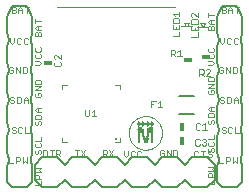
<source format=gto>
G75*
%MOIN*%
%OFA0B0*%
%FSLAX24Y24*%
%IPPOS*%
%LPD*%
%AMOC8*
5,1,8,0,0,1.08239X$1,22.5*
%
%ADD10C,0.0040*%
%ADD11C,0.0080*%
%ADD12C,0.0118*%
%ADD13C,0.0020*%
%ADD14R,0.0280X0.0160*%
%ADD15C,0.0030*%
%ADD16C,0.0000*%
%ADD17R,0.0160X0.0280*%
%ADD18R,0.0099X0.0007*%
%ADD19R,0.0106X0.0007*%
%ADD20R,0.0099X0.0007*%
%ADD21R,0.0106X0.0007*%
%ADD22R,0.0120X0.0007*%
%ADD23R,0.0120X0.0007*%
%ADD24R,0.0099X0.0007*%
%ADD25R,0.0120X0.0007*%
%ADD26R,0.0135X0.0007*%
%ADD27R,0.0135X0.0007*%
%ADD28R,0.0149X0.0007*%
%ADD29R,0.0149X0.0007*%
%ADD30R,0.0149X0.0007*%
%ADD31R,0.0163X0.0007*%
%ADD32R,0.0163X0.0007*%
%ADD33R,0.0177X0.0007*%
%ADD34R,0.0085X0.0007*%
%ADD35R,0.0085X0.0007*%
%ADD36R,0.0078X0.0007*%
%ADD37R,0.0092X0.0007*%
%ADD38R,0.0085X0.0007*%
%ADD39R,0.0092X0.0007*%
%ADD40R,0.0092X0.0007*%
%ADD41R,0.0085X0.0007*%
%ADD42R,0.0085X0.0007*%
%ADD43R,0.0092X0.0007*%
%ADD44R,0.0092X0.0007*%
%ADD45R,0.0092X0.0007*%
%ADD46R,0.0198X0.0007*%
%ADD47R,0.0191X0.0007*%
%ADD48R,0.0198X0.0007*%
%ADD49R,0.0191X0.0007*%
%ADD50R,0.0191X0.0007*%
%ADD51R,0.0184X0.0007*%
%ADD52R,0.0184X0.0007*%
%ADD53R,0.0184X0.0007*%
%ADD54R,0.0177X0.0007*%
%ADD55R,0.0177X0.0007*%
%ADD56R,0.0177X0.0007*%
%ADD57R,0.0170X0.0007*%
%ADD58R,0.0177X0.0007*%
%ADD59R,0.0170X0.0007*%
%ADD60R,0.0170X0.0007*%
%ADD61R,0.0163X0.0007*%
%ADD62R,0.0163X0.0007*%
%ADD63R,0.0156X0.0007*%
%ADD64R,0.0156X0.0007*%
%ADD65R,0.0163X0.0007*%
%ADD66R,0.0156X0.0007*%
%ADD67C,0.0039*%
%ADD68R,0.0064X0.0007*%
%ADD69R,0.0048X0.0008*%
%ADD70R,0.0033X0.0007*%
%ADD71R,0.0019X0.0006*%
%ADD72R,0.0091X0.0007*%
%ADD73R,0.0046X0.0007*%
%ADD74R,0.0044X0.0007*%
%ADD75R,0.0046X0.0009*%
%ADD76R,0.0045X0.0009*%
%ADD77R,0.0045X0.0009*%
%ADD78R,0.0044X0.0009*%
D10*
X001452Y000550D02*
X001652Y000550D01*
X001652Y000684D01*
X001652Y000771D02*
X001452Y000771D01*
X001452Y000871D01*
X001485Y000905D01*
X001552Y000905D01*
X001585Y000871D01*
X001585Y000771D01*
X001652Y000992D02*
X001452Y000992D01*
X001452Y001126D02*
X001652Y001126D01*
X001585Y001059D01*
X001652Y000992D01*
X001165Y001298D02*
X001165Y001499D01*
X001032Y001499D02*
X001032Y001298D01*
X001098Y001365D01*
X001165Y001298D01*
X000944Y001399D02*
X000944Y001465D01*
X000911Y001499D01*
X000811Y001499D01*
X000811Y001298D01*
X000811Y001365D02*
X000911Y001365D01*
X000944Y001399D01*
X000723Y001298D02*
X000590Y001298D01*
X000590Y001499D01*
X001444Y001631D02*
X001477Y001598D01*
X001511Y001598D01*
X001544Y001631D01*
X001544Y001698D01*
X001578Y001731D01*
X001611Y001731D01*
X001644Y001698D01*
X001644Y001631D01*
X001611Y001598D01*
X001716Y001546D02*
X001816Y001546D01*
X001849Y001580D01*
X001849Y001713D01*
X001816Y001747D01*
X001716Y001747D01*
X001716Y001546D01*
X001444Y001631D02*
X001444Y001698D01*
X001477Y001731D01*
X001477Y001819D02*
X001444Y001852D01*
X001444Y001919D01*
X001477Y001952D01*
X001444Y002040D02*
X001644Y002040D01*
X001644Y002173D01*
X001611Y001952D02*
X001644Y001919D01*
X001644Y001852D01*
X001611Y001819D01*
X001477Y001819D01*
X001937Y001747D02*
X002070Y001747D01*
X002003Y001747D02*
X002003Y001546D01*
X002158Y001546D02*
X002158Y001747D01*
X002258Y001747D01*
X002291Y001713D01*
X002291Y001647D01*
X002258Y001613D01*
X002158Y001613D01*
X002224Y001613D02*
X002291Y001546D01*
X002771Y001735D02*
X002904Y001735D01*
X002838Y001735D02*
X002838Y001535D01*
X002992Y001535D02*
X003125Y001735D01*
X002992Y001735D02*
X003125Y001535D01*
X003708Y001546D02*
X003708Y001747D01*
X003808Y001747D01*
X003841Y001713D01*
X003841Y001647D01*
X003808Y001613D01*
X003708Y001613D01*
X003775Y001613D02*
X003841Y001546D01*
X003929Y001546D02*
X004062Y001747D01*
X003929Y001747D02*
X004062Y001546D01*
X004417Y001566D02*
X004483Y001499D01*
X004550Y001566D01*
X004550Y001699D01*
X004638Y001666D02*
X004638Y001533D01*
X004671Y001499D01*
X004738Y001499D01*
X004771Y001533D01*
X004859Y001533D02*
X004892Y001499D01*
X004959Y001499D01*
X004992Y001533D01*
X004992Y001666D02*
X004959Y001699D01*
X004892Y001699D01*
X004859Y001666D01*
X004859Y001533D01*
X004771Y001666D02*
X004738Y001699D01*
X004671Y001699D01*
X004638Y001666D01*
X004417Y001699D02*
X004417Y001566D01*
X004271Y001983D02*
X004113Y001983D01*
X004271Y001983D02*
X004271Y002141D01*
X005613Y001713D02*
X005613Y001580D01*
X005647Y001546D01*
X005713Y001546D01*
X005747Y001580D01*
X005747Y001647D01*
X005680Y001647D01*
X005613Y001713D02*
X005647Y001747D01*
X005713Y001747D01*
X005747Y001713D01*
X005834Y001747D02*
X005968Y001546D01*
X005968Y001747D01*
X006055Y001747D02*
X006155Y001747D01*
X006189Y001713D01*
X006189Y001580D01*
X006155Y001546D01*
X006055Y001546D01*
X006055Y001747D01*
X005834Y001747D02*
X005834Y001546D01*
X006763Y001517D02*
X006796Y001483D01*
X006863Y001483D01*
X006896Y001517D01*
X006763Y001517D02*
X006763Y001650D01*
X006796Y001684D01*
X006863Y001684D01*
X006896Y001650D01*
X006984Y001684D02*
X007117Y001684D01*
X007051Y001684D02*
X007051Y001483D01*
X007205Y001517D02*
X007238Y001483D01*
X007305Y001483D01*
X007338Y001517D01*
X007338Y001550D01*
X007305Y001584D01*
X007238Y001584D01*
X007205Y001617D01*
X007205Y001650D01*
X007238Y001684D01*
X007305Y001684D01*
X007338Y001650D01*
X007328Y001690D02*
X007328Y001757D01*
X007361Y001790D01*
X007394Y001790D01*
X007428Y001757D01*
X007428Y001690D01*
X007394Y001657D01*
X007328Y001690D02*
X007294Y001657D01*
X007261Y001657D01*
X007228Y001690D01*
X007228Y001757D01*
X007261Y001790D01*
X007261Y001878D02*
X007394Y001878D01*
X007428Y001911D01*
X007428Y001978D01*
X007394Y002011D01*
X007428Y002099D02*
X007228Y002099D01*
X007261Y002011D02*
X007228Y001978D01*
X007228Y001911D01*
X007261Y001878D01*
X007428Y002099D02*
X007428Y002232D01*
X007669Y002316D02*
X007702Y002283D01*
X007769Y002283D01*
X007802Y002316D01*
X007802Y002349D01*
X007769Y002383D01*
X007702Y002383D01*
X007669Y002416D01*
X007669Y002449D01*
X007702Y002483D01*
X007769Y002483D01*
X007802Y002449D01*
X007889Y002449D02*
X007889Y002316D01*
X007923Y002283D01*
X007990Y002283D01*
X008023Y002316D01*
X008110Y002283D02*
X008244Y002283D01*
X008110Y002283D02*
X008110Y002483D01*
X008023Y002449D02*
X007990Y002483D01*
X007923Y002483D01*
X007889Y002449D01*
X007428Y002635D02*
X007394Y002602D01*
X007428Y002635D02*
X007428Y002702D01*
X007394Y002735D01*
X007361Y002735D01*
X007328Y002702D01*
X007328Y002635D01*
X007294Y002602D01*
X007261Y002602D01*
X007228Y002635D01*
X007228Y002702D01*
X007261Y002735D01*
X007228Y002823D02*
X007228Y002923D01*
X007261Y002956D01*
X007394Y002956D01*
X007428Y002923D01*
X007428Y002823D01*
X007228Y002823D01*
X007294Y003044D02*
X007228Y003110D01*
X007294Y003177D01*
X007428Y003177D01*
X007328Y003177D02*
X007328Y003044D01*
X007294Y003044D02*
X007428Y003044D01*
X007662Y003306D02*
X007629Y003340D01*
X007662Y003306D02*
X007729Y003306D01*
X007763Y003340D01*
X007763Y003373D01*
X007729Y003406D01*
X007662Y003406D01*
X007629Y003440D01*
X007629Y003473D01*
X007662Y003506D01*
X007729Y003506D01*
X007763Y003473D01*
X007850Y003506D02*
X007950Y003506D01*
X007984Y003473D01*
X007984Y003340D01*
X007950Y003306D01*
X007850Y003306D01*
X007850Y003506D01*
X008071Y003440D02*
X008138Y003506D01*
X008205Y003440D01*
X008205Y003306D01*
X008205Y003406D02*
X008071Y003406D01*
X008071Y003440D02*
X008071Y003306D01*
X007428Y003619D02*
X007428Y003686D01*
X007394Y003719D01*
X007328Y003719D01*
X007328Y003653D01*
X007261Y003719D02*
X007228Y003686D01*
X007228Y003619D01*
X007261Y003586D01*
X007394Y003586D01*
X007428Y003619D01*
X007428Y003807D02*
X007228Y003807D01*
X007428Y003940D01*
X007228Y003940D01*
X007228Y004028D02*
X007228Y004128D01*
X007261Y004161D01*
X007394Y004161D01*
X007428Y004128D01*
X007428Y004028D01*
X007228Y004028D01*
X007590Y004324D02*
X007623Y004291D01*
X007690Y004291D01*
X007723Y004324D01*
X007723Y004391D01*
X007656Y004391D01*
X007590Y004457D02*
X007590Y004324D01*
X007590Y004457D02*
X007623Y004491D01*
X007690Y004491D01*
X007723Y004457D01*
X007811Y004491D02*
X007944Y004291D01*
X007944Y004491D01*
X008032Y004491D02*
X008132Y004491D01*
X008165Y004457D01*
X008165Y004324D01*
X008132Y004291D01*
X008032Y004291D01*
X008032Y004491D01*
X007811Y004491D02*
X007811Y004291D01*
X007428Y004637D02*
X007361Y004704D01*
X007228Y004704D01*
X007228Y004570D02*
X007361Y004570D01*
X007428Y004637D01*
X007394Y004791D02*
X007261Y004791D01*
X007228Y004824D01*
X007228Y004891D01*
X007261Y004925D01*
X007261Y005012D02*
X007394Y005012D01*
X007428Y005045D01*
X007428Y005112D01*
X007394Y005146D01*
X007261Y005146D02*
X007228Y005112D01*
X007228Y005045D01*
X007261Y005012D01*
X007394Y004925D02*
X007428Y004891D01*
X007428Y004824D01*
X007394Y004791D01*
X007696Y005275D02*
X007763Y005342D01*
X007763Y005475D01*
X007850Y005442D02*
X007850Y005308D01*
X007883Y005275D01*
X007950Y005275D01*
X007984Y005308D01*
X008071Y005308D02*
X008104Y005275D01*
X008171Y005275D01*
X008205Y005308D01*
X008205Y005442D02*
X008171Y005475D01*
X008104Y005475D01*
X008071Y005442D01*
X008071Y005308D01*
X007984Y005442D02*
X007950Y005475D01*
X007883Y005475D01*
X007850Y005442D01*
X007629Y005475D02*
X007629Y005342D01*
X007696Y005275D01*
X007404Y005720D02*
X007204Y005720D01*
X007204Y005820D01*
X007237Y005853D01*
X007271Y005853D01*
X007304Y005820D01*
X007304Y005720D01*
X007304Y005820D02*
X007337Y005853D01*
X007371Y005853D01*
X007404Y005820D01*
X007404Y005720D01*
X007404Y005941D02*
X007271Y005941D01*
X007204Y006007D01*
X007271Y006074D01*
X007404Y006074D01*
X007304Y006074D02*
X007304Y005941D01*
X007204Y006162D02*
X007204Y006295D01*
X007204Y006228D02*
X007404Y006228D01*
X007669Y006298D02*
X007769Y006298D01*
X007802Y006332D01*
X007802Y006365D01*
X007769Y006399D01*
X007669Y006399D01*
X007769Y006399D02*
X007802Y006432D01*
X007802Y006465D01*
X007769Y006499D01*
X007669Y006499D01*
X007669Y006298D01*
X007889Y006298D02*
X007889Y006432D01*
X007956Y006499D01*
X008023Y006432D01*
X008023Y006298D01*
X008023Y006399D02*
X007889Y006399D01*
X008110Y006499D02*
X008244Y006499D01*
X008177Y006499D02*
X008177Y006298D01*
X004271Y003912D02*
X004271Y003755D01*
X004271Y003912D02*
X004113Y003912D01*
X002499Y003912D02*
X002341Y003912D01*
X002341Y003755D01*
X001652Y003724D02*
X001452Y003724D01*
X001652Y003858D01*
X001452Y003858D01*
X001652Y003858D01*
X001452Y003724D01*
X001652Y003724D01*
X001619Y003637D02*
X001552Y003637D01*
X001552Y003570D01*
X001552Y003637D01*
X001619Y003637D01*
X001652Y003603D01*
X001652Y003537D01*
X001619Y003503D01*
X001485Y003503D01*
X001452Y003537D01*
X001452Y003603D01*
X001485Y003637D01*
X001452Y003603D01*
X001452Y003537D01*
X001485Y003503D01*
X001619Y003503D01*
X001652Y003537D01*
X001652Y003603D01*
X001619Y003637D01*
X001652Y003945D02*
X001452Y003945D01*
X001452Y004045D01*
X001485Y004079D01*
X001619Y004079D01*
X001652Y004045D01*
X001652Y003945D01*
X001652Y004045D01*
X001619Y004079D01*
X001485Y004079D01*
X001452Y004045D01*
X001452Y003945D01*
X001652Y003945D01*
X001165Y004324D02*
X001165Y004457D01*
X001132Y004491D01*
X001032Y004491D01*
X001032Y004291D01*
X001132Y004291D01*
X001165Y004324D01*
X000944Y004291D02*
X000944Y004491D01*
X000811Y004491D02*
X000944Y004291D01*
X000811Y004291D02*
X000811Y004491D01*
X000723Y004457D02*
X000690Y004491D01*
X000623Y004491D01*
X000590Y004457D01*
X000590Y004324D01*
X000623Y004291D01*
X000690Y004291D01*
X000723Y004324D01*
X000723Y004391D01*
X000656Y004391D01*
X001456Y004572D02*
X001589Y004572D01*
X001656Y004639D01*
X001589Y004706D01*
X001456Y004706D01*
X001489Y004793D02*
X001456Y004827D01*
X001456Y004894D01*
X001489Y004927D01*
X001489Y005014D02*
X001456Y005048D01*
X001456Y005115D01*
X001489Y005148D01*
X001623Y005148D02*
X001656Y005115D01*
X001656Y005048D01*
X001623Y005014D01*
X001489Y005014D01*
X001623Y004927D02*
X001656Y004894D01*
X001656Y004827D01*
X001623Y004793D01*
X001489Y004793D01*
X001171Y005275D02*
X001104Y005275D01*
X001071Y005308D01*
X001071Y005442D01*
X001104Y005475D01*
X001171Y005475D01*
X001205Y005442D01*
X001205Y005308D02*
X001171Y005275D01*
X000984Y005308D02*
X000950Y005275D01*
X000883Y005275D01*
X000850Y005308D01*
X000850Y005442D01*
X000883Y005475D01*
X000950Y005475D01*
X000984Y005442D01*
X000763Y005475D02*
X000763Y005342D01*
X000696Y005275D01*
X000629Y005342D01*
X000629Y005475D01*
X001440Y005519D02*
X001440Y005619D01*
X001473Y005653D01*
X001507Y005653D01*
X001540Y005619D01*
X001540Y005519D01*
X001640Y005519D02*
X001440Y005519D01*
X001540Y005619D02*
X001573Y005653D01*
X001607Y005653D01*
X001640Y005619D01*
X001640Y005519D01*
X001640Y005740D02*
X001507Y005740D01*
X001440Y005807D01*
X001507Y005874D01*
X001640Y005874D01*
X001540Y005874D02*
X001540Y005740D01*
X001440Y005961D02*
X001440Y006095D01*
X001440Y006028D02*
X001640Y006028D01*
X001177Y006298D02*
X001177Y006499D01*
X001110Y006499D02*
X001244Y006499D01*
X001023Y006432D02*
X001023Y006298D01*
X001023Y006399D02*
X000889Y006399D01*
X000889Y006432D02*
X000889Y006298D01*
X000802Y006332D02*
X000802Y006365D01*
X000769Y006399D01*
X000669Y006399D01*
X000769Y006399D02*
X000802Y006432D01*
X000802Y006465D01*
X000769Y006499D01*
X000669Y006499D01*
X000669Y006298D01*
X000769Y006298D01*
X000802Y006332D01*
X000889Y006432D02*
X000956Y006499D01*
X001023Y006432D01*
X000950Y003506D02*
X000850Y003506D01*
X000850Y003306D01*
X000950Y003306D01*
X000984Y003340D01*
X000984Y003473D01*
X000950Y003506D01*
X001071Y003440D02*
X001138Y003506D01*
X001205Y003440D01*
X001205Y003306D01*
X001205Y003406D02*
X001071Y003406D01*
X001071Y003440D02*
X001071Y003306D01*
X000763Y003340D02*
X000729Y003306D01*
X000662Y003306D01*
X000629Y003340D01*
X000662Y003406D02*
X000729Y003406D01*
X000763Y003373D01*
X000763Y003340D01*
X000662Y003406D02*
X000629Y003440D01*
X000629Y003473D01*
X000662Y003506D01*
X000729Y003506D01*
X000763Y003473D01*
X001452Y003067D02*
X001519Y003134D01*
X001652Y003134D01*
X001552Y003134D02*
X001552Y003000D01*
X001519Y003000D02*
X001452Y003067D01*
X001519Y003000D02*
X001652Y003000D01*
X001619Y002913D02*
X001485Y002913D01*
X001452Y002879D01*
X001452Y002779D01*
X001652Y002779D01*
X001652Y002879D01*
X001619Y002913D01*
X001619Y002692D02*
X001652Y002658D01*
X001652Y002592D01*
X001619Y002558D01*
X001552Y002592D02*
X001552Y002658D01*
X001585Y002692D01*
X001619Y002692D01*
X001552Y002592D02*
X001519Y002558D01*
X001485Y002558D01*
X001452Y002592D01*
X001452Y002658D01*
X001485Y002692D01*
X001110Y002483D02*
X001110Y002283D01*
X001244Y002283D01*
X001023Y002316D02*
X000990Y002283D01*
X000923Y002283D01*
X000889Y002316D01*
X000889Y002449D01*
X000923Y002483D01*
X000990Y002483D01*
X001023Y002449D01*
X000802Y002449D02*
X000769Y002483D01*
X000702Y002483D01*
X000669Y002449D01*
X000669Y002416D01*
X000702Y002383D01*
X000769Y002383D01*
X000802Y002349D01*
X000802Y002316D01*
X000769Y002283D01*
X000702Y002283D01*
X000669Y002316D01*
X002341Y002141D02*
X002341Y001983D01*
X002499Y001983D01*
X007228Y001169D02*
X007428Y001169D01*
X007361Y001102D01*
X007428Y001036D01*
X007228Y001036D01*
X007261Y000948D02*
X007328Y000948D01*
X007361Y000915D01*
X007361Y000815D01*
X007428Y000815D02*
X007228Y000815D01*
X007228Y000915D01*
X007261Y000948D01*
X007428Y000727D02*
X007428Y000594D01*
X007228Y000594D01*
X007590Y001298D02*
X007723Y001298D01*
X007811Y001298D02*
X007811Y001499D01*
X007911Y001499D01*
X007944Y001465D01*
X007944Y001399D01*
X007911Y001365D01*
X007811Y001365D01*
X008032Y001298D02*
X008032Y001499D01*
X008165Y001499D02*
X008165Y001298D01*
X008098Y001365D01*
X008032Y001298D01*
X007590Y001298D02*
X007590Y001499D01*
D11*
X000690Y000491D02*
X000519Y000662D01*
X000519Y001162D01*
X000572Y001412D01*
X000519Y001662D01*
X000519Y002162D01*
X000572Y002412D01*
X000519Y002662D01*
X000519Y003162D01*
X000572Y003412D01*
X000519Y003662D01*
X000519Y004162D01*
X000572Y004412D01*
X000519Y004662D01*
X000519Y005162D01*
X000572Y005412D01*
X000519Y005662D01*
X000519Y006162D01*
X000690Y006530D01*
X001190Y006530D01*
X001361Y006162D01*
X001361Y005662D01*
X001308Y005412D01*
X001361Y005162D01*
X001361Y004662D01*
X001308Y004412D01*
X001361Y004162D01*
X001361Y003662D01*
X001308Y003412D01*
X001361Y003162D01*
X001361Y002662D01*
X001308Y002412D01*
X001361Y002162D01*
X001361Y001662D01*
X001308Y001412D01*
X001361Y001162D01*
X001361Y000662D01*
X001190Y000491D01*
X000690Y000491D01*
X001444Y000745D02*
X001694Y000495D01*
X002194Y000495D01*
X002444Y000745D01*
X002694Y000495D01*
X003194Y000495D01*
X003444Y000745D01*
X003694Y000495D01*
X004194Y000495D01*
X004444Y000745D01*
X004694Y000495D01*
X005194Y000495D01*
X005444Y000745D01*
X005694Y000495D01*
X006194Y000495D01*
X006444Y000745D01*
X006694Y000495D01*
X007194Y000495D01*
X007444Y000745D01*
X007444Y001245D01*
X007194Y001495D01*
X006694Y001495D01*
X006444Y001245D01*
X006194Y001495D01*
X005694Y001495D01*
X005444Y001245D01*
X005194Y001495D01*
X004694Y001495D01*
X004444Y001245D01*
X004194Y001495D01*
X003694Y001495D01*
X003444Y001245D01*
X003194Y001495D01*
X002694Y001495D01*
X002444Y001245D01*
X002194Y001495D01*
X001694Y001495D01*
X001444Y001245D01*
X001444Y000745D01*
X006233Y002927D02*
X006733Y002927D01*
X006733Y003527D02*
X006233Y003527D01*
X007519Y003662D02*
X007572Y003412D01*
X007519Y003162D01*
X007519Y002662D01*
X007572Y002412D01*
X007519Y002162D01*
X007519Y001662D01*
X007572Y001412D01*
X007519Y001162D01*
X007519Y000662D01*
X007690Y000491D01*
X008190Y000491D01*
X008361Y000662D01*
X008361Y001162D01*
X008308Y001412D01*
X008361Y001662D01*
X008361Y002162D01*
X008308Y002412D01*
X008361Y002662D01*
X008361Y003162D01*
X008308Y003412D01*
X008361Y003662D01*
X008361Y004162D01*
X008308Y004412D01*
X008361Y004662D01*
X008361Y005162D01*
X008308Y005412D01*
X008361Y005662D01*
X008361Y006162D01*
X008190Y006530D01*
X007690Y006530D01*
X007519Y006162D01*
X007519Y005662D01*
X007572Y005412D01*
X007519Y005162D01*
X007519Y004662D01*
X007572Y004412D01*
X007519Y004162D01*
X007519Y003662D01*
D12*
X004162Y002091D03*
D13*
X003479Y002853D02*
X003332Y002853D01*
X003405Y002853D02*
X003405Y003074D01*
X003332Y003000D01*
X003258Y003074D02*
X003258Y002890D01*
X003221Y002853D01*
X003147Y002853D01*
X003111Y002890D01*
X003111Y003074D01*
X002274Y004528D02*
X002127Y004528D01*
X002090Y004565D01*
X002090Y004639D01*
X002127Y004675D01*
X002127Y004749D02*
X002090Y004786D01*
X002090Y004860D01*
X002127Y004896D01*
X002163Y004896D01*
X002310Y004749D01*
X002310Y004896D01*
X002274Y004675D02*
X002310Y004639D01*
X002310Y004565D01*
X002274Y004528D01*
X005321Y003377D02*
X005321Y003157D01*
X005321Y003267D02*
X005394Y003267D01*
X005542Y003303D02*
X005615Y003377D01*
X005615Y003157D01*
X005542Y003157D02*
X005689Y003157D01*
X005468Y003377D02*
X005321Y003377D01*
X006804Y002591D02*
X006804Y002445D01*
X006841Y002408D01*
X006914Y002408D01*
X006951Y002445D01*
X007025Y002408D02*
X007172Y002408D01*
X007098Y002408D02*
X007098Y002628D01*
X007025Y002555D01*
X006951Y002591D02*
X006914Y002628D01*
X006841Y002628D01*
X006804Y002591D01*
X006825Y002101D02*
X006788Y002064D01*
X006788Y001917D01*
X006825Y001880D01*
X006898Y001880D01*
X006935Y001917D01*
X007009Y001917D02*
X007046Y001880D01*
X007119Y001880D01*
X007156Y001917D01*
X007156Y001954D01*
X007119Y001991D01*
X007083Y001991D01*
X007119Y001991D02*
X007156Y002027D01*
X007156Y002064D01*
X007119Y002101D01*
X007046Y002101D01*
X007009Y002064D01*
X006935Y002064D02*
X006898Y002101D01*
X006825Y002101D01*
X006918Y004203D02*
X006918Y004423D01*
X007028Y004423D01*
X007065Y004387D01*
X007065Y004313D01*
X007028Y004277D01*
X006918Y004277D01*
X006992Y004277D02*
X007065Y004203D01*
X007139Y004203D02*
X007286Y004350D01*
X007286Y004387D01*
X007249Y004423D01*
X007176Y004423D01*
X007139Y004387D01*
X007139Y004203D02*
X007286Y004203D01*
X006340Y004850D02*
X006194Y004850D01*
X006267Y004850D02*
X006267Y005070D01*
X006194Y004997D01*
X006119Y005034D02*
X006119Y004960D01*
X006083Y004924D01*
X005973Y004924D01*
X006046Y004924D02*
X006119Y004850D01*
X005973Y004850D02*
X005973Y005070D01*
X006083Y005070D01*
X006119Y005034D01*
X006038Y005531D02*
X006258Y005531D01*
X006258Y005678D01*
X006258Y005752D02*
X006258Y005899D01*
X006258Y005973D02*
X006258Y006083D01*
X006221Y006120D01*
X006074Y006120D01*
X006038Y006083D01*
X006038Y005973D01*
X006258Y005973D01*
X006148Y005825D02*
X006148Y005752D01*
X006038Y005752D02*
X006258Y005752D01*
X006038Y005752D02*
X006038Y005899D01*
X006111Y006194D02*
X006038Y006267D01*
X006258Y006267D01*
X006258Y006194D02*
X006258Y006341D01*
X006656Y006277D02*
X006656Y006203D01*
X006693Y006166D01*
X006693Y006092D02*
X006656Y006056D01*
X006656Y005946D01*
X006876Y005946D01*
X006876Y006056D01*
X006839Y006092D01*
X006693Y006092D01*
X006876Y006166D02*
X006729Y006313D01*
X006693Y006313D01*
X006656Y006277D01*
X006876Y006313D02*
X006876Y006166D01*
X006876Y005871D02*
X006876Y005725D01*
X006656Y005725D01*
X006656Y005871D01*
X006766Y005798D02*
X006766Y005725D01*
X006876Y005650D02*
X006876Y005504D01*
X006656Y005504D01*
D14*
X007145Y004826D03*
X006550Y004739D03*
X001873Y004645D03*
D15*
X006310Y005849D02*
X006491Y005849D01*
X006399Y005971D01*
X006401Y005976D02*
X006571Y005976D01*
X006577Y005971D02*
X006501Y005855D01*
X006491Y005849D02*
X006672Y005849D01*
X006861Y005841D02*
X007042Y005841D01*
X006950Y005963D01*
X006952Y005968D02*
X007122Y005968D01*
X007128Y005963D02*
X007052Y005847D01*
X007042Y005841D02*
X007223Y005841D01*
D16*
X006121Y006499D02*
X002184Y006499D01*
D17*
X006361Y002511D03*
X006361Y002034D03*
D18*
X005332Y002029D03*
X005332Y002008D03*
X005332Y001980D03*
X005332Y001959D03*
X005332Y002058D03*
X005332Y002072D03*
X005332Y002107D03*
X005332Y002122D03*
X005332Y002157D03*
X005332Y002171D03*
X005332Y002207D03*
X005332Y002221D03*
X005332Y002249D03*
X005332Y002270D03*
X005332Y002299D03*
X004929Y002299D03*
X004929Y002270D03*
X004929Y002249D03*
X004929Y002221D03*
X004929Y002207D03*
X004929Y002171D03*
X004929Y002157D03*
X004929Y002122D03*
X004929Y002107D03*
X004929Y002072D03*
X004929Y002058D03*
X004929Y002029D03*
X004929Y002008D03*
X004929Y001980D03*
X004929Y001959D03*
D19*
X005131Y001959D03*
D20*
X005332Y001966D03*
X005332Y001973D03*
X005332Y001987D03*
X005332Y002001D03*
X005332Y002015D03*
X005332Y002022D03*
X005332Y002037D03*
X005332Y002051D03*
X005332Y002065D03*
X005332Y002079D03*
X005332Y002086D03*
X005332Y002100D03*
X005332Y002114D03*
X005332Y002129D03*
X005332Y002143D03*
X005332Y002150D03*
X005332Y002164D03*
X005332Y002178D03*
X005332Y002192D03*
X005332Y002199D03*
X005332Y002214D03*
X005332Y002228D03*
X005332Y002242D03*
X005332Y002256D03*
X005332Y002263D03*
X005332Y002277D03*
X005332Y002291D03*
X005332Y002306D03*
X004929Y002306D03*
X004929Y002291D03*
X004929Y002277D03*
X004929Y002263D03*
X004929Y002256D03*
X004929Y002242D03*
X004929Y002228D03*
X004929Y002214D03*
X004929Y002199D03*
X004929Y002192D03*
X004929Y002178D03*
X004929Y002164D03*
X004929Y002150D03*
X004929Y002143D03*
X004929Y002129D03*
X004929Y002114D03*
X004929Y002100D03*
X004929Y002086D03*
X004929Y002079D03*
X004929Y002065D03*
X004929Y002051D03*
X004929Y002037D03*
X004929Y002022D03*
X004929Y002015D03*
X004929Y002001D03*
X004929Y001987D03*
X004929Y001973D03*
X004929Y001966D03*
D21*
X005131Y001966D03*
X005131Y001973D03*
D22*
X005131Y001980D03*
D23*
X005131Y001987D03*
D24*
X005332Y001994D03*
X005332Y002044D03*
X005332Y002093D03*
X005332Y002136D03*
X005332Y002185D03*
X005332Y002235D03*
X005332Y002284D03*
X004929Y002284D03*
X004929Y002235D03*
X004929Y002185D03*
X004929Y002136D03*
X004929Y002093D03*
X004929Y002044D03*
X004929Y001994D03*
D25*
X005131Y001994D03*
D26*
X005131Y002001D03*
X005131Y002015D03*
X005131Y002022D03*
D27*
X005131Y002008D03*
D28*
X005131Y002029D03*
X004954Y002476D03*
D29*
X005131Y002051D03*
X005131Y002037D03*
D30*
X005131Y002044D03*
D31*
X005131Y002058D03*
X005131Y002072D03*
D32*
X005131Y002065D03*
D33*
X005131Y002079D03*
X005131Y002086D03*
X005294Y002391D03*
X005294Y002405D03*
D34*
X005035Y002284D03*
X005070Y002136D03*
X005085Y002093D03*
X005177Y002093D03*
D35*
X005177Y002100D03*
X005184Y002129D03*
X005191Y002150D03*
X005198Y002178D03*
X005078Y002129D03*
X005078Y002114D03*
X005070Y002143D03*
X005070Y002150D03*
X005049Y002228D03*
X005042Y002256D03*
X005035Y002277D03*
X005028Y002306D03*
D36*
X005081Y002100D03*
X005052Y002541D03*
X005053Y002629D03*
X004911Y002629D03*
X004910Y002541D03*
X005199Y002539D03*
X005200Y002627D03*
X005344Y002625D03*
X005343Y002537D03*
D37*
X005230Y002299D03*
X005223Y002270D03*
X005216Y002249D03*
X005194Y002171D03*
X005194Y002157D03*
X005180Y002107D03*
X005067Y002157D03*
X005039Y002270D03*
X005031Y002299D03*
D38*
X005042Y002249D03*
X005049Y002221D03*
X005078Y002122D03*
X005078Y002107D03*
X005184Y002122D03*
D39*
X005180Y002114D03*
X005187Y002143D03*
X005194Y002164D03*
X005201Y002192D03*
X005201Y002199D03*
X005216Y002242D03*
X005216Y002256D03*
X005223Y002263D03*
X005223Y002277D03*
X005230Y002291D03*
X005230Y002306D03*
X005046Y002242D03*
X005039Y002263D03*
X005031Y002291D03*
X005053Y002214D03*
D40*
X005046Y002235D03*
X005201Y002185D03*
X005187Y002136D03*
X005216Y002235D03*
X005223Y002284D03*
D41*
X005056Y002199D03*
X005056Y002192D03*
X005063Y002178D03*
X005063Y002164D03*
D42*
X005063Y002171D03*
X005056Y002207D03*
X005205Y002207D03*
D43*
X005060Y002185D03*
D44*
X005209Y002214D03*
X005209Y002228D03*
D45*
X005209Y002221D03*
D46*
X005283Y002313D03*
D47*
X005286Y002327D03*
X005286Y002341D03*
X004975Y002327D03*
X004975Y002313D03*
D48*
X005283Y002320D03*
D49*
X005286Y002348D03*
X004975Y002320D03*
D50*
X005286Y002334D03*
D51*
X005290Y002362D03*
X004971Y002334D03*
D52*
X004971Y002341D03*
X004971Y002355D03*
X005290Y002355D03*
X005290Y002369D03*
X005290Y002376D03*
D53*
X004971Y002348D03*
D54*
X004968Y002362D03*
X004968Y002384D03*
D55*
X004968Y002376D03*
X004968Y002369D03*
D56*
X005294Y002384D03*
D57*
X005297Y002419D03*
X005297Y002433D03*
X004964Y002405D03*
X004964Y002391D03*
D58*
X005294Y002398D03*
D59*
X005297Y002426D03*
X004964Y002398D03*
D60*
X004964Y002412D03*
X005297Y002412D03*
D61*
X005301Y002440D03*
X005301Y002454D03*
X004961Y002440D03*
X004961Y002433D03*
X004961Y002419D03*
D62*
X004961Y002426D03*
X005301Y002447D03*
D63*
X005304Y002476D03*
X004957Y002447D03*
D64*
X004957Y002454D03*
X004957Y002469D03*
X005304Y002469D03*
D65*
X005301Y002461D03*
D66*
X004957Y002461D03*
D67*
X004570Y002299D02*
X004572Y002346D01*
X004578Y002392D01*
X004588Y002438D01*
X004601Y002483D01*
X004618Y002526D01*
X004639Y002568D01*
X004663Y002608D01*
X004691Y002646D01*
X004722Y002682D01*
X004755Y002714D01*
X004791Y002744D01*
X004829Y002771D01*
X004870Y002794D01*
X004912Y002814D01*
X004956Y002831D01*
X005001Y002843D01*
X005047Y002852D01*
X005094Y002857D01*
X005141Y002858D01*
X005187Y002855D01*
X005234Y002848D01*
X005279Y002837D01*
X005324Y002823D01*
X005367Y002805D01*
X005408Y002783D01*
X005448Y002758D01*
X005485Y002730D01*
X005520Y002698D01*
X005552Y002664D01*
X005581Y002628D01*
X005607Y002589D01*
X005630Y002548D01*
X005649Y002505D01*
X005664Y002461D01*
X005676Y002415D01*
X005684Y002369D01*
X005688Y002322D01*
X005688Y002276D01*
X005684Y002229D01*
X005676Y002183D01*
X005664Y002137D01*
X005649Y002093D01*
X005630Y002050D01*
X005607Y002009D01*
X005581Y001970D01*
X005552Y001934D01*
X005520Y001900D01*
X005485Y001868D01*
X005448Y001840D01*
X005409Y001815D01*
X005367Y001793D01*
X005324Y001775D01*
X005279Y001761D01*
X005234Y001750D01*
X005187Y001743D01*
X005141Y001740D01*
X005094Y001741D01*
X005047Y001746D01*
X005001Y001755D01*
X004956Y001767D01*
X004912Y001784D01*
X004870Y001804D01*
X004829Y001827D01*
X004791Y001854D01*
X004755Y001884D01*
X004722Y001916D01*
X004691Y001952D01*
X004663Y001990D01*
X004639Y002030D01*
X004618Y002072D01*
X004601Y002115D01*
X004588Y002160D01*
X004578Y002206D01*
X004572Y002252D01*
X004570Y002299D01*
D68*
X004910Y002534D03*
X004911Y002636D03*
X005053Y002636D03*
X005052Y002534D03*
X005199Y002531D03*
X005200Y002634D03*
X005344Y002632D03*
X005343Y002530D03*
D69*
X005344Y002522D03*
X005199Y002524D03*
X005199Y002641D03*
X005344Y002640D03*
X005053Y002644D03*
X004910Y002644D03*
X004911Y002526D03*
X005053Y002526D03*
D70*
X005053Y002519D03*
X004911Y002519D03*
X004910Y002651D03*
X005052Y002651D03*
X005199Y002649D03*
X005343Y002647D03*
X005344Y002515D03*
X005200Y002517D03*
D71*
X005200Y002510D03*
X005344Y002508D03*
X005343Y002654D03*
X005199Y002655D03*
X005052Y002658D03*
X004910Y002658D03*
X004911Y002513D03*
X005053Y002513D03*
D72*
X005053Y002549D03*
X005053Y002622D03*
X004910Y002622D03*
X004911Y002549D03*
X005199Y002546D03*
X005199Y002619D03*
X005344Y002618D03*
X005344Y002544D03*
D73*
X005372Y002552D03*
X005316Y002610D03*
X005227Y002553D03*
X005171Y002612D03*
X005081Y002556D03*
X005025Y002614D03*
X004938Y002556D03*
X004882Y002614D03*
D74*
X004938Y002614D03*
X004883Y002556D03*
X005025Y002556D03*
X005081Y002614D03*
X005172Y002553D03*
X005227Y002612D03*
X005316Y002552D03*
X005372Y002610D03*
D75*
X005379Y002560D03*
X005309Y002602D03*
X005234Y002561D03*
X005164Y002604D03*
X005088Y002564D03*
X005018Y002606D03*
X004945Y002564D03*
X004875Y002606D03*
D76*
X004876Y002564D03*
X004944Y002606D03*
X005019Y002564D03*
X005087Y002606D03*
X005165Y002562D03*
X005233Y002603D03*
X005310Y002560D03*
X005378Y002602D03*
D77*
X005387Y002569D03*
X005300Y002593D03*
X005243Y002570D03*
X005156Y002595D03*
X005096Y002573D03*
X005010Y002598D03*
X004954Y002573D03*
X004867Y002598D03*
D78*
X004869Y002573D03*
X004952Y002597D03*
X005011Y002573D03*
X005095Y002597D03*
X005158Y002571D03*
X005241Y002595D03*
X005302Y002569D03*
X005386Y002593D03*
M02*

</source>
